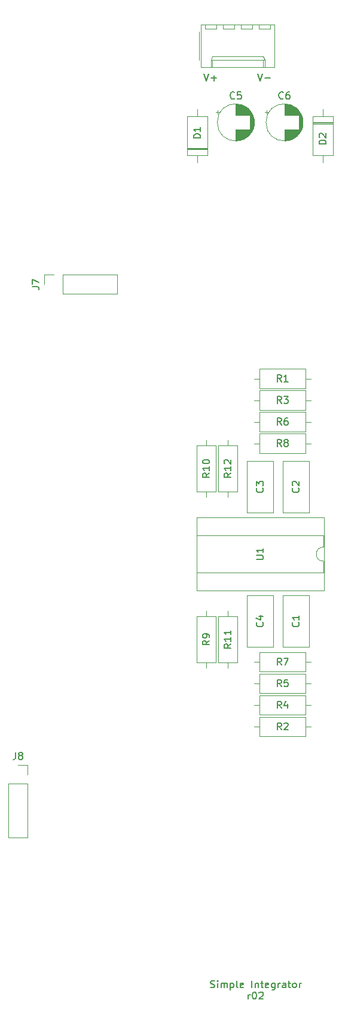
<source format=gto>
%TF.GenerationSoftware,KiCad,Pcbnew,(6.0.6-0)*%
%TF.CreationDate,2022-09-02T19:29:53+01:00*%
%TF.ProjectId,4u-simple-integrator,34752d73-696d-4706-9c65-2d696e746567,r02*%
%TF.SameCoordinates,Original*%
%TF.FileFunction,Legend,Top*%
%TF.FilePolarity,Positive*%
%FSLAX46Y46*%
G04 Gerber Fmt 4.6, Leading zero omitted, Abs format (unit mm)*
G04 Created by KiCad (PCBNEW (6.0.6-0)) date 2022-09-02 19:29:53*
%MOMM*%
%LPD*%
G01*
G04 APERTURE LIST*
%ADD10C,0.150000*%
%ADD11C,0.120000*%
G04 APERTURE END LIST*
D10*
X123794047Y-169144761D02*
X123936904Y-169192380D01*
X124175000Y-169192380D01*
X124270238Y-169144761D01*
X124317857Y-169097142D01*
X124365476Y-169001904D01*
X124365476Y-168906666D01*
X124317857Y-168811428D01*
X124270238Y-168763809D01*
X124175000Y-168716190D01*
X123984523Y-168668571D01*
X123889285Y-168620952D01*
X123841666Y-168573333D01*
X123794047Y-168478095D01*
X123794047Y-168382857D01*
X123841666Y-168287619D01*
X123889285Y-168240000D01*
X123984523Y-168192380D01*
X124222619Y-168192380D01*
X124365476Y-168240000D01*
X124794047Y-169192380D02*
X124794047Y-168525714D01*
X124794047Y-168192380D02*
X124746428Y-168240000D01*
X124794047Y-168287619D01*
X124841666Y-168240000D01*
X124794047Y-168192380D01*
X124794047Y-168287619D01*
X125270238Y-169192380D02*
X125270238Y-168525714D01*
X125270238Y-168620952D02*
X125317857Y-168573333D01*
X125413095Y-168525714D01*
X125555952Y-168525714D01*
X125651190Y-168573333D01*
X125698809Y-168668571D01*
X125698809Y-169192380D01*
X125698809Y-168668571D02*
X125746428Y-168573333D01*
X125841666Y-168525714D01*
X125984523Y-168525714D01*
X126079761Y-168573333D01*
X126127380Y-168668571D01*
X126127380Y-169192380D01*
X126603571Y-168525714D02*
X126603571Y-169525714D01*
X126603571Y-168573333D02*
X126698809Y-168525714D01*
X126889285Y-168525714D01*
X126984523Y-168573333D01*
X127032142Y-168620952D01*
X127079761Y-168716190D01*
X127079761Y-169001904D01*
X127032142Y-169097142D01*
X126984523Y-169144761D01*
X126889285Y-169192380D01*
X126698809Y-169192380D01*
X126603571Y-169144761D01*
X127651190Y-169192380D02*
X127555952Y-169144761D01*
X127508333Y-169049523D01*
X127508333Y-168192380D01*
X128413095Y-169144761D02*
X128317857Y-169192380D01*
X128127380Y-169192380D01*
X128032142Y-169144761D01*
X127984523Y-169049523D01*
X127984523Y-168668571D01*
X128032142Y-168573333D01*
X128127380Y-168525714D01*
X128317857Y-168525714D01*
X128413095Y-168573333D01*
X128460714Y-168668571D01*
X128460714Y-168763809D01*
X127984523Y-168859047D01*
X129651190Y-169192380D02*
X129651190Y-168192380D01*
X130127380Y-168525714D02*
X130127380Y-169192380D01*
X130127380Y-168620952D02*
X130175000Y-168573333D01*
X130270238Y-168525714D01*
X130413095Y-168525714D01*
X130508333Y-168573333D01*
X130555952Y-168668571D01*
X130555952Y-169192380D01*
X130889285Y-168525714D02*
X131270238Y-168525714D01*
X131032142Y-168192380D02*
X131032142Y-169049523D01*
X131079761Y-169144761D01*
X131175000Y-169192380D01*
X131270238Y-169192380D01*
X131984523Y-169144761D02*
X131889285Y-169192380D01*
X131698809Y-169192380D01*
X131603571Y-169144761D01*
X131555952Y-169049523D01*
X131555952Y-168668571D01*
X131603571Y-168573333D01*
X131698809Y-168525714D01*
X131889285Y-168525714D01*
X131984523Y-168573333D01*
X132032142Y-168668571D01*
X132032142Y-168763809D01*
X131555952Y-168859047D01*
X132889285Y-168525714D02*
X132889285Y-169335238D01*
X132841666Y-169430476D01*
X132794047Y-169478095D01*
X132698809Y-169525714D01*
X132555952Y-169525714D01*
X132460714Y-169478095D01*
X132889285Y-169144761D02*
X132794047Y-169192380D01*
X132603571Y-169192380D01*
X132508333Y-169144761D01*
X132460714Y-169097142D01*
X132413095Y-169001904D01*
X132413095Y-168716190D01*
X132460714Y-168620952D01*
X132508333Y-168573333D01*
X132603571Y-168525714D01*
X132794047Y-168525714D01*
X132889285Y-168573333D01*
X133365476Y-169192380D02*
X133365476Y-168525714D01*
X133365476Y-168716190D02*
X133413095Y-168620952D01*
X133460714Y-168573333D01*
X133555952Y-168525714D01*
X133651190Y-168525714D01*
X134413095Y-169192380D02*
X134413095Y-168668571D01*
X134365476Y-168573333D01*
X134270238Y-168525714D01*
X134079761Y-168525714D01*
X133984523Y-168573333D01*
X134413095Y-169144761D02*
X134317857Y-169192380D01*
X134079761Y-169192380D01*
X133984523Y-169144761D01*
X133936904Y-169049523D01*
X133936904Y-168954285D01*
X133984523Y-168859047D01*
X134079761Y-168811428D01*
X134317857Y-168811428D01*
X134413095Y-168763809D01*
X134746428Y-168525714D02*
X135127380Y-168525714D01*
X134889285Y-168192380D02*
X134889285Y-169049523D01*
X134936904Y-169144761D01*
X135032142Y-169192380D01*
X135127380Y-169192380D01*
X135603571Y-169192380D02*
X135508333Y-169144761D01*
X135460714Y-169097142D01*
X135413095Y-169001904D01*
X135413095Y-168716190D01*
X135460714Y-168620952D01*
X135508333Y-168573333D01*
X135603571Y-168525714D01*
X135746428Y-168525714D01*
X135841666Y-168573333D01*
X135889285Y-168620952D01*
X135936904Y-168716190D01*
X135936904Y-169001904D01*
X135889285Y-169097142D01*
X135841666Y-169144761D01*
X135746428Y-169192380D01*
X135603571Y-169192380D01*
X136365476Y-169192380D02*
X136365476Y-168525714D01*
X136365476Y-168716190D02*
X136413095Y-168620952D01*
X136460714Y-168573333D01*
X136555952Y-168525714D01*
X136651190Y-168525714D01*
X129151190Y-170802380D02*
X129151190Y-170135714D01*
X129151190Y-170326190D02*
X129198809Y-170230952D01*
X129246428Y-170183333D01*
X129341666Y-170135714D01*
X129436904Y-170135714D01*
X129960714Y-169802380D02*
X130055952Y-169802380D01*
X130151190Y-169850000D01*
X130198809Y-169897619D01*
X130246428Y-169992857D01*
X130294047Y-170183333D01*
X130294047Y-170421428D01*
X130246428Y-170611904D01*
X130198809Y-170707142D01*
X130151190Y-170754761D01*
X130055952Y-170802380D01*
X129960714Y-170802380D01*
X129865476Y-170754761D01*
X129817857Y-170707142D01*
X129770238Y-170611904D01*
X129722619Y-170421428D01*
X129722619Y-170183333D01*
X129770238Y-169992857D01*
X129817857Y-169897619D01*
X129865476Y-169850000D01*
X129960714Y-169802380D01*
X130675000Y-169897619D02*
X130722619Y-169850000D01*
X130817857Y-169802380D01*
X131055952Y-169802380D01*
X131151190Y-169850000D01*
X131198809Y-169897619D01*
X131246428Y-169992857D01*
X131246428Y-170088095D01*
X131198809Y-170230952D01*
X130627380Y-170802380D01*
X131246428Y-170802380D01*
%TO.C,C4*%
X131167142Y-117601666D02*
X131214761Y-117649285D01*
X131262380Y-117792142D01*
X131262380Y-117887380D01*
X131214761Y-118030238D01*
X131119523Y-118125476D01*
X131024285Y-118173095D01*
X130833809Y-118220714D01*
X130690952Y-118220714D01*
X130500476Y-118173095D01*
X130405238Y-118125476D01*
X130310000Y-118030238D01*
X130262380Y-117887380D01*
X130262380Y-117792142D01*
X130310000Y-117649285D01*
X130357619Y-117601666D01*
X130595714Y-116744523D02*
X131262380Y-116744523D01*
X130214761Y-116982619D02*
X130929047Y-117220714D01*
X130929047Y-116601666D01*
%TO.C,J7*%
X98512380Y-70183333D02*
X99226666Y-70183333D01*
X99369523Y-70230952D01*
X99464761Y-70326190D01*
X99512380Y-70469047D01*
X99512380Y-70564285D01*
X98512380Y-69802380D02*
X98512380Y-69135714D01*
X99512380Y-69564285D01*
%TO.C,D1*%
X122372380Y-49201295D02*
X121372380Y-49201295D01*
X121372380Y-48963200D01*
X121420000Y-48820342D01*
X121515238Y-48725104D01*
X121610476Y-48677485D01*
X121800952Y-48629866D01*
X121943809Y-48629866D01*
X122134285Y-48677485D01*
X122229523Y-48725104D01*
X122324761Y-48820342D01*
X122372380Y-48963200D01*
X122372380Y-49201295D01*
X122372380Y-47677485D02*
X122372380Y-48248914D01*
X122372380Y-47963200D02*
X121372380Y-47963200D01*
X121515238Y-48058438D01*
X121610476Y-48153676D01*
X121658095Y-48248914D01*
%TO.C,R8*%
X133818333Y-92781380D02*
X133485000Y-92305190D01*
X133246904Y-92781380D02*
X133246904Y-91781380D01*
X133627857Y-91781380D01*
X133723095Y-91829000D01*
X133770714Y-91876619D01*
X133818333Y-91971857D01*
X133818333Y-92114714D01*
X133770714Y-92209952D01*
X133723095Y-92257571D01*
X133627857Y-92305190D01*
X133246904Y-92305190D01*
X134389761Y-92209952D02*
X134294523Y-92162333D01*
X134246904Y-92114714D01*
X134199285Y-92019476D01*
X134199285Y-91971857D01*
X134246904Y-91876619D01*
X134294523Y-91829000D01*
X134389761Y-91781380D01*
X134580238Y-91781380D01*
X134675476Y-91829000D01*
X134723095Y-91876619D01*
X134770714Y-91971857D01*
X134770714Y-92019476D01*
X134723095Y-92114714D01*
X134675476Y-92162333D01*
X134580238Y-92209952D01*
X134389761Y-92209952D01*
X134294523Y-92257571D01*
X134246904Y-92305190D01*
X134199285Y-92400428D01*
X134199285Y-92590904D01*
X134246904Y-92686142D01*
X134294523Y-92733761D01*
X134389761Y-92781380D01*
X134580238Y-92781380D01*
X134675476Y-92733761D01*
X134723095Y-92686142D01*
X134770714Y-92590904D01*
X134770714Y-92400428D01*
X134723095Y-92305190D01*
X134675476Y-92257571D01*
X134580238Y-92209952D01*
%TO.C,R11*%
X126690380Y-120657857D02*
X126214190Y-120991190D01*
X126690380Y-121229285D02*
X125690380Y-121229285D01*
X125690380Y-120848333D01*
X125738000Y-120753095D01*
X125785619Y-120705476D01*
X125880857Y-120657857D01*
X126023714Y-120657857D01*
X126118952Y-120705476D01*
X126166571Y-120753095D01*
X126214190Y-120848333D01*
X126214190Y-121229285D01*
X126690380Y-119705476D02*
X126690380Y-120276904D01*
X126690380Y-119991190D02*
X125690380Y-119991190D01*
X125833238Y-120086428D01*
X125928476Y-120181666D01*
X125976095Y-120276904D01*
X126690380Y-118753095D02*
X126690380Y-119324523D01*
X126690380Y-119038809D02*
X125690380Y-119038809D01*
X125833238Y-119134047D01*
X125928476Y-119229285D01*
X125976095Y-119324523D01*
%TO.C,J11*%
X122872619Y-40112370D02*
X123205952Y-41112370D01*
X123539285Y-40112370D01*
X123872619Y-40731418D02*
X124634523Y-40731418D01*
X124253571Y-41112370D02*
X124253571Y-40350466D01*
X130492619Y-40112370D02*
X130825952Y-41112370D01*
X131159285Y-40112370D01*
X131492619Y-40731418D02*
X132254523Y-40731418D01*
%TO.C,C3*%
X131167142Y-98631666D02*
X131214761Y-98679285D01*
X131262380Y-98822142D01*
X131262380Y-98917380D01*
X131214761Y-99060238D01*
X131119523Y-99155476D01*
X131024285Y-99203095D01*
X130833809Y-99250714D01*
X130690952Y-99250714D01*
X130500476Y-99203095D01*
X130405238Y-99155476D01*
X130310000Y-99060238D01*
X130262380Y-98917380D01*
X130262380Y-98822142D01*
X130310000Y-98679285D01*
X130357619Y-98631666D01*
X130262380Y-98298333D02*
X130262380Y-97679285D01*
X130643333Y-98012619D01*
X130643333Y-97869761D01*
X130690952Y-97774523D01*
X130738571Y-97726904D01*
X130833809Y-97679285D01*
X131071904Y-97679285D01*
X131167142Y-97726904D01*
X131214761Y-97774523D01*
X131262380Y-97869761D01*
X131262380Y-98155476D01*
X131214761Y-98250714D01*
X131167142Y-98298333D01*
%TO.C,R5*%
X133818333Y-126690380D02*
X133485000Y-126214190D01*
X133246904Y-126690380D02*
X133246904Y-125690380D01*
X133627857Y-125690380D01*
X133723095Y-125738000D01*
X133770714Y-125785619D01*
X133818333Y-125880857D01*
X133818333Y-126023714D01*
X133770714Y-126118952D01*
X133723095Y-126166571D01*
X133627857Y-126214190D01*
X133246904Y-126214190D01*
X134723095Y-125690380D02*
X134246904Y-125690380D01*
X134199285Y-126166571D01*
X134246904Y-126118952D01*
X134342142Y-126071333D01*
X134580238Y-126071333D01*
X134675476Y-126118952D01*
X134723095Y-126166571D01*
X134770714Y-126261809D01*
X134770714Y-126499904D01*
X134723095Y-126595142D01*
X134675476Y-126642761D01*
X134580238Y-126690380D01*
X134342142Y-126690380D01*
X134246904Y-126642761D01*
X134199285Y-126595142D01*
%TO.C,R2*%
X133818333Y-132786380D02*
X133485000Y-132310190D01*
X133246904Y-132786380D02*
X133246904Y-131786380D01*
X133627857Y-131786380D01*
X133723095Y-131834000D01*
X133770714Y-131881619D01*
X133818333Y-131976857D01*
X133818333Y-132119714D01*
X133770714Y-132214952D01*
X133723095Y-132262571D01*
X133627857Y-132310190D01*
X133246904Y-132310190D01*
X134199285Y-131881619D02*
X134246904Y-131834000D01*
X134342142Y-131786380D01*
X134580238Y-131786380D01*
X134675476Y-131834000D01*
X134723095Y-131881619D01*
X134770714Y-131976857D01*
X134770714Y-132072095D01*
X134723095Y-132214952D01*
X134151666Y-132786380D01*
X134770714Y-132786380D01*
%TO.C,J8*%
X96186666Y-135977380D02*
X96186666Y-136691666D01*
X96139047Y-136834523D01*
X96043809Y-136929761D01*
X95900952Y-136977380D01*
X95805714Y-136977380D01*
X96805714Y-136405952D02*
X96710476Y-136358333D01*
X96662857Y-136310714D01*
X96615238Y-136215476D01*
X96615238Y-136167857D01*
X96662857Y-136072619D01*
X96710476Y-136025000D01*
X96805714Y-135977380D01*
X96996190Y-135977380D01*
X97091428Y-136025000D01*
X97139047Y-136072619D01*
X97186666Y-136167857D01*
X97186666Y-136215476D01*
X97139047Y-136310714D01*
X97091428Y-136358333D01*
X96996190Y-136405952D01*
X96805714Y-136405952D01*
X96710476Y-136453571D01*
X96662857Y-136501190D01*
X96615238Y-136596428D01*
X96615238Y-136786904D01*
X96662857Y-136882142D01*
X96710476Y-136929761D01*
X96805714Y-136977380D01*
X96996190Y-136977380D01*
X97091428Y-136929761D01*
X97139047Y-136882142D01*
X97186666Y-136786904D01*
X97186666Y-136596428D01*
X97139047Y-136501190D01*
X97091428Y-136453571D01*
X96996190Y-136405952D01*
%TO.C,R12*%
X126690380Y-96527857D02*
X126214190Y-96861190D01*
X126690380Y-97099285D02*
X125690380Y-97099285D01*
X125690380Y-96718333D01*
X125738000Y-96623095D01*
X125785619Y-96575476D01*
X125880857Y-96527857D01*
X126023714Y-96527857D01*
X126118952Y-96575476D01*
X126166571Y-96623095D01*
X126214190Y-96718333D01*
X126214190Y-97099285D01*
X126690380Y-95575476D02*
X126690380Y-96146904D01*
X126690380Y-95861190D02*
X125690380Y-95861190D01*
X125833238Y-95956428D01*
X125928476Y-96051666D01*
X125976095Y-96146904D01*
X125785619Y-95194523D02*
X125738000Y-95146904D01*
X125690380Y-95051666D01*
X125690380Y-94813571D01*
X125738000Y-94718333D01*
X125785619Y-94670714D01*
X125880857Y-94623095D01*
X125976095Y-94623095D01*
X126118952Y-94670714D01*
X126690380Y-95242142D01*
X126690380Y-94623095D01*
%TO.C,R4*%
X133818333Y-129738380D02*
X133485000Y-129262190D01*
X133246904Y-129738380D02*
X133246904Y-128738380D01*
X133627857Y-128738380D01*
X133723095Y-128786000D01*
X133770714Y-128833619D01*
X133818333Y-128928857D01*
X133818333Y-129071714D01*
X133770714Y-129166952D01*
X133723095Y-129214571D01*
X133627857Y-129262190D01*
X133246904Y-129262190D01*
X134675476Y-129071714D02*
X134675476Y-129738380D01*
X134437380Y-128690761D02*
X134199285Y-129405047D01*
X134818333Y-129405047D01*
%TO.C,R3*%
X133818333Y-86685380D02*
X133485000Y-86209190D01*
X133246904Y-86685380D02*
X133246904Y-85685380D01*
X133627857Y-85685380D01*
X133723095Y-85733000D01*
X133770714Y-85780619D01*
X133818333Y-85875857D01*
X133818333Y-86018714D01*
X133770714Y-86113952D01*
X133723095Y-86161571D01*
X133627857Y-86209190D01*
X133246904Y-86209190D01*
X134151666Y-85685380D02*
X134770714Y-85685380D01*
X134437380Y-86066333D01*
X134580238Y-86066333D01*
X134675476Y-86113952D01*
X134723095Y-86161571D01*
X134770714Y-86256809D01*
X134770714Y-86494904D01*
X134723095Y-86590142D01*
X134675476Y-86637761D01*
X134580238Y-86685380D01*
X134294523Y-86685380D01*
X134199285Y-86637761D01*
X134151666Y-86590142D01*
%TO.C,C1*%
X136247142Y-117601666D02*
X136294761Y-117649285D01*
X136342380Y-117792142D01*
X136342380Y-117887380D01*
X136294761Y-118030238D01*
X136199523Y-118125476D01*
X136104285Y-118173095D01*
X135913809Y-118220714D01*
X135770952Y-118220714D01*
X135580476Y-118173095D01*
X135485238Y-118125476D01*
X135390000Y-118030238D01*
X135342380Y-117887380D01*
X135342380Y-117792142D01*
X135390000Y-117649285D01*
X135437619Y-117601666D01*
X136342380Y-116649285D02*
X136342380Y-117220714D01*
X136342380Y-116935000D02*
X135342380Y-116935000D01*
X135485238Y-117030238D01*
X135580476Y-117125476D01*
X135628095Y-117220714D01*
%TO.C,R9*%
X123642380Y-120181666D02*
X123166190Y-120515000D01*
X123642380Y-120753095D02*
X122642380Y-120753095D01*
X122642380Y-120372142D01*
X122690000Y-120276904D01*
X122737619Y-120229285D01*
X122832857Y-120181666D01*
X122975714Y-120181666D01*
X123070952Y-120229285D01*
X123118571Y-120276904D01*
X123166190Y-120372142D01*
X123166190Y-120753095D01*
X123642380Y-119705476D02*
X123642380Y-119515000D01*
X123594761Y-119419761D01*
X123547142Y-119372142D01*
X123404285Y-119276904D01*
X123213809Y-119229285D01*
X122832857Y-119229285D01*
X122737619Y-119276904D01*
X122690000Y-119324523D01*
X122642380Y-119419761D01*
X122642380Y-119610238D01*
X122690000Y-119705476D01*
X122737619Y-119753095D01*
X122832857Y-119800714D01*
X123070952Y-119800714D01*
X123166190Y-119753095D01*
X123213809Y-119705476D01*
X123261428Y-119610238D01*
X123261428Y-119419761D01*
X123213809Y-119324523D01*
X123166190Y-119276904D01*
X123070952Y-119229285D01*
%TO.C,R1*%
X133818333Y-83637380D02*
X133485000Y-83161190D01*
X133246904Y-83637380D02*
X133246904Y-82637380D01*
X133627857Y-82637380D01*
X133723095Y-82685000D01*
X133770714Y-82732619D01*
X133818333Y-82827857D01*
X133818333Y-82970714D01*
X133770714Y-83065952D01*
X133723095Y-83113571D01*
X133627857Y-83161190D01*
X133246904Y-83161190D01*
X134770714Y-83637380D02*
X134199285Y-83637380D01*
X134485000Y-83637380D02*
X134485000Y-82637380D01*
X134389761Y-82780238D01*
X134294523Y-82875476D01*
X134199285Y-82923095D01*
%TO.C,R6*%
X133818333Y-89733380D02*
X133485000Y-89257190D01*
X133246904Y-89733380D02*
X133246904Y-88733380D01*
X133627857Y-88733380D01*
X133723095Y-88781000D01*
X133770714Y-88828619D01*
X133818333Y-88923857D01*
X133818333Y-89066714D01*
X133770714Y-89161952D01*
X133723095Y-89209571D01*
X133627857Y-89257190D01*
X133246904Y-89257190D01*
X134675476Y-88733380D02*
X134485000Y-88733380D01*
X134389761Y-88781000D01*
X134342142Y-88828619D01*
X134246904Y-88971476D01*
X134199285Y-89161952D01*
X134199285Y-89542904D01*
X134246904Y-89638142D01*
X134294523Y-89685761D01*
X134389761Y-89733380D01*
X134580238Y-89733380D01*
X134675476Y-89685761D01*
X134723095Y-89638142D01*
X134770714Y-89542904D01*
X134770714Y-89304809D01*
X134723095Y-89209571D01*
X134675476Y-89161952D01*
X134580238Y-89114333D01*
X134389761Y-89114333D01*
X134294523Y-89161952D01*
X134246904Y-89209571D01*
X134199285Y-89304809D01*
%TO.C,C5*%
X127198333Y-43597142D02*
X127150714Y-43644761D01*
X127007857Y-43692380D01*
X126912619Y-43692380D01*
X126769761Y-43644761D01*
X126674523Y-43549523D01*
X126626904Y-43454285D01*
X126579285Y-43263809D01*
X126579285Y-43120952D01*
X126626904Y-42930476D01*
X126674523Y-42835238D01*
X126769761Y-42740000D01*
X126912619Y-42692380D01*
X127007857Y-42692380D01*
X127150714Y-42740000D01*
X127198333Y-42787619D01*
X128103095Y-42692380D02*
X127626904Y-42692380D01*
X127579285Y-43168571D01*
X127626904Y-43120952D01*
X127722142Y-43073333D01*
X127960238Y-43073333D01*
X128055476Y-43120952D01*
X128103095Y-43168571D01*
X128150714Y-43263809D01*
X128150714Y-43501904D01*
X128103095Y-43597142D01*
X128055476Y-43644761D01*
X127960238Y-43692380D01*
X127722142Y-43692380D01*
X127626904Y-43644761D01*
X127579285Y-43597142D01*
%TO.C,C2*%
X136247142Y-98631666D02*
X136294761Y-98679285D01*
X136342380Y-98822142D01*
X136342380Y-98917380D01*
X136294761Y-99060238D01*
X136199523Y-99155476D01*
X136104285Y-99203095D01*
X135913809Y-99250714D01*
X135770952Y-99250714D01*
X135580476Y-99203095D01*
X135485238Y-99155476D01*
X135390000Y-99060238D01*
X135342380Y-98917380D01*
X135342380Y-98822142D01*
X135390000Y-98679285D01*
X135437619Y-98631666D01*
X135437619Y-98250714D02*
X135390000Y-98203095D01*
X135342380Y-98107857D01*
X135342380Y-97869761D01*
X135390000Y-97774523D01*
X135437619Y-97726904D01*
X135532857Y-97679285D01*
X135628095Y-97679285D01*
X135770952Y-97726904D01*
X136342380Y-98298333D01*
X136342380Y-97679285D01*
%TO.C,R10*%
X123642380Y-96527857D02*
X123166190Y-96861190D01*
X123642380Y-97099285D02*
X122642380Y-97099285D01*
X122642380Y-96718333D01*
X122690000Y-96623095D01*
X122737619Y-96575476D01*
X122832857Y-96527857D01*
X122975714Y-96527857D01*
X123070952Y-96575476D01*
X123118571Y-96623095D01*
X123166190Y-96718333D01*
X123166190Y-97099285D01*
X123642380Y-95575476D02*
X123642380Y-96146904D01*
X123642380Y-95861190D02*
X122642380Y-95861190D01*
X122785238Y-95956428D01*
X122880476Y-96051666D01*
X122928095Y-96146904D01*
X122642380Y-94956428D02*
X122642380Y-94861190D01*
X122690000Y-94765952D01*
X122737619Y-94718333D01*
X122832857Y-94670714D01*
X123023333Y-94623095D01*
X123261428Y-94623095D01*
X123451904Y-94670714D01*
X123547142Y-94718333D01*
X123594761Y-94765952D01*
X123642380Y-94861190D01*
X123642380Y-94956428D01*
X123594761Y-95051666D01*
X123547142Y-95099285D01*
X123451904Y-95146904D01*
X123261428Y-95194523D01*
X123023333Y-95194523D01*
X122832857Y-95146904D01*
X122737619Y-95099285D01*
X122690000Y-95051666D01*
X122642380Y-94956428D01*
%TO.C,U1*%
X130262380Y-108721904D02*
X131071904Y-108721904D01*
X131167142Y-108674285D01*
X131214761Y-108626666D01*
X131262380Y-108531428D01*
X131262380Y-108340952D01*
X131214761Y-108245714D01*
X131167142Y-108198095D01*
X131071904Y-108150476D01*
X130262380Y-108150476D01*
X131262380Y-107150476D02*
X131262380Y-107721904D01*
X131262380Y-107436190D02*
X130262380Y-107436190D01*
X130405238Y-107531428D01*
X130500476Y-107626666D01*
X130548095Y-107721904D01*
%TO.C,C6*%
X134088333Y-43597142D02*
X134040714Y-43644761D01*
X133897857Y-43692380D01*
X133802619Y-43692380D01*
X133659761Y-43644761D01*
X133564523Y-43549523D01*
X133516904Y-43454285D01*
X133469285Y-43263809D01*
X133469285Y-43120952D01*
X133516904Y-42930476D01*
X133564523Y-42835238D01*
X133659761Y-42740000D01*
X133802619Y-42692380D01*
X133897857Y-42692380D01*
X134040714Y-42740000D01*
X134088333Y-42787619D01*
X134945476Y-42692380D02*
X134755000Y-42692380D01*
X134659761Y-42740000D01*
X134612142Y-42787619D01*
X134516904Y-42930476D01*
X134469285Y-43120952D01*
X134469285Y-43501904D01*
X134516904Y-43597142D01*
X134564523Y-43644761D01*
X134659761Y-43692380D01*
X134850238Y-43692380D01*
X134945476Y-43644761D01*
X134993095Y-43597142D01*
X135040714Y-43501904D01*
X135040714Y-43263809D01*
X134993095Y-43168571D01*
X134945476Y-43120952D01*
X134850238Y-43073333D01*
X134659761Y-43073333D01*
X134564523Y-43120952D01*
X134516904Y-43168571D01*
X134469285Y-43263809D01*
%TO.C,R7*%
X133818333Y-123642380D02*
X133485000Y-123166190D01*
X133246904Y-123642380D02*
X133246904Y-122642380D01*
X133627857Y-122642380D01*
X133723095Y-122690000D01*
X133770714Y-122737619D01*
X133818333Y-122832857D01*
X133818333Y-122975714D01*
X133770714Y-123070952D01*
X133723095Y-123118571D01*
X133627857Y-123166190D01*
X133246904Y-123166190D01*
X134151666Y-122642380D02*
X134818333Y-122642380D01*
X134389761Y-123642380D01*
%TO.C,D2*%
X140152380Y-50064895D02*
X139152380Y-50064895D01*
X139152380Y-49826800D01*
X139200000Y-49683942D01*
X139295238Y-49588704D01*
X139390476Y-49541085D01*
X139580952Y-49493466D01*
X139723809Y-49493466D01*
X139914285Y-49541085D01*
X140009523Y-49588704D01*
X140104761Y-49683942D01*
X140152380Y-49826800D01*
X140152380Y-50064895D01*
X139247619Y-49112514D02*
X139200000Y-49064895D01*
X139152380Y-48969657D01*
X139152380Y-48731561D01*
X139200000Y-48636323D01*
X139247619Y-48588704D01*
X139342857Y-48541085D01*
X139438095Y-48541085D01*
X139580952Y-48588704D01*
X140152380Y-49160133D01*
X140152380Y-48541085D01*
D11*
%TO.C,C4*%
X132680000Y-121055000D02*
X132680000Y-113815000D01*
X128940000Y-121055000D02*
X128940000Y-113815000D01*
X128940000Y-121055000D02*
X132680000Y-121055000D01*
X128940000Y-113815000D02*
X132680000Y-113815000D01*
%TO.C,J7*%
X102870000Y-68520000D02*
X110550000Y-68520000D01*
X102870000Y-71180000D02*
X110550000Y-71180000D01*
X102870000Y-71180000D02*
X102870000Y-68520000D01*
X110550000Y-71180000D02*
X110550000Y-68520000D01*
X100270000Y-69850000D02*
X100270000Y-68520000D01*
X100270000Y-68520000D02*
X101600000Y-68520000D01*
%TO.C,D1*%
X121920000Y-52635000D02*
X121920000Y-51615000D01*
X121920000Y-45155000D02*
X121920000Y-46175000D01*
X120450000Y-46175000D02*
X120450000Y-51615000D01*
X120450000Y-51615000D02*
X123390000Y-51615000D01*
X123390000Y-46175000D02*
X120450000Y-46175000D01*
X123390000Y-51615000D02*
X123390000Y-46175000D01*
X120450000Y-50715000D02*
X123390000Y-50715000D01*
X120450000Y-50595000D02*
X123390000Y-50595000D01*
X120450000Y-50835000D02*
X123390000Y-50835000D01*
%TO.C,R8*%
X130715000Y-90959000D02*
X130715000Y-93699000D01*
X130715000Y-93699000D02*
X137255000Y-93699000D01*
X129945000Y-92329000D02*
X130715000Y-92329000D01*
X138025000Y-92329000D02*
X137255000Y-92329000D01*
X137255000Y-90959000D02*
X130715000Y-90959000D01*
X137255000Y-93699000D02*
X137255000Y-90959000D01*
%TO.C,R11*%
X124868000Y-116745000D02*
X124868000Y-123285000D01*
X126238000Y-124055000D02*
X126238000Y-123285000D01*
X127608000Y-123285000D02*
X127608000Y-116745000D01*
X126238000Y-115975000D02*
X126238000Y-116745000D01*
X127608000Y-116745000D02*
X124868000Y-116745000D01*
X124868000Y-123285000D02*
X127608000Y-123285000D01*
%TO.C,J11*%
X132825000Y-39204990D02*
X132825000Y-33184990D01*
X129705000Y-33784990D02*
X129705000Y-33184990D01*
X125565000Y-33784990D02*
X127165000Y-33784990D01*
X128105000Y-33784990D02*
X129705000Y-33784990D01*
X124075000Y-37674990D02*
X131195000Y-37674990D01*
X124075000Y-39204990D02*
X124075000Y-38204990D01*
X122445000Y-39204990D02*
X132825000Y-39204990D01*
X127165000Y-33784990D02*
X127165000Y-33184990D01*
X130645000Y-33184990D02*
X130645000Y-33784990D01*
X123025000Y-33184990D02*
X123025000Y-33784990D01*
X132825000Y-33184990D02*
X122445000Y-33184990D01*
X130645000Y-33784990D02*
X132245000Y-33784990D01*
X123825000Y-38204990D02*
X124075000Y-37674990D01*
X123825000Y-39204990D02*
X123825000Y-38204990D01*
X125565000Y-33184990D02*
X125565000Y-33784990D01*
X131195000Y-39204990D02*
X131195000Y-38204990D01*
X122445000Y-33184990D02*
X122445000Y-39204990D01*
X122155000Y-34214990D02*
X122155000Y-38214990D01*
X123025000Y-33784990D02*
X124625000Y-33784990D01*
X128105000Y-33184990D02*
X128105000Y-33784990D01*
X132245000Y-33784990D02*
X132245000Y-33184990D01*
X131445000Y-38204990D02*
X131445000Y-39204990D01*
X124625000Y-33784990D02*
X124625000Y-33184990D01*
X131195000Y-37674990D02*
X131445000Y-38204990D01*
X123825000Y-38204990D02*
X131445000Y-38204990D01*
%TO.C,C3*%
X128940000Y-94845000D02*
X132680000Y-94845000D01*
X128940000Y-102085000D02*
X132680000Y-102085000D01*
X132680000Y-102085000D02*
X132680000Y-94845000D01*
X128940000Y-102085000D02*
X128940000Y-94845000D01*
%TO.C,R5*%
X138025000Y-126238000D02*
X137255000Y-126238000D01*
X130715000Y-127608000D02*
X137255000Y-127608000D01*
X129945000Y-126238000D02*
X130715000Y-126238000D01*
X137255000Y-127608000D02*
X137255000Y-124868000D01*
X130715000Y-124868000D02*
X130715000Y-127608000D01*
X137255000Y-124868000D02*
X130715000Y-124868000D01*
%TO.C,R2*%
X130715000Y-130964000D02*
X130715000Y-133704000D01*
X129945000Y-132334000D02*
X130715000Y-132334000D01*
X130715000Y-133704000D02*
X137255000Y-133704000D01*
X138025000Y-132334000D02*
X137255000Y-132334000D01*
X137255000Y-133704000D02*
X137255000Y-130964000D01*
X137255000Y-130964000D02*
X130715000Y-130964000D01*
%TO.C,J8*%
X97850000Y-140335000D02*
X97850000Y-148015000D01*
X95190000Y-140335000D02*
X95190000Y-148015000D01*
X95190000Y-140335000D02*
X97850000Y-140335000D01*
X96520000Y-137735000D02*
X97850000Y-137735000D01*
X97850000Y-137735000D02*
X97850000Y-139065000D01*
X95190000Y-148015000D02*
X97850000Y-148015000D01*
%TO.C,R12*%
X126238000Y-99925000D02*
X126238000Y-99155000D01*
X124868000Y-92615000D02*
X124868000Y-99155000D01*
X127608000Y-92615000D02*
X124868000Y-92615000D01*
X126238000Y-91845000D02*
X126238000Y-92615000D01*
X127608000Y-99155000D02*
X127608000Y-92615000D01*
X124868000Y-99155000D02*
X127608000Y-99155000D01*
%TO.C,R4*%
X137255000Y-130656000D02*
X137255000Y-127916000D01*
X130715000Y-130656000D02*
X137255000Y-130656000D01*
X137255000Y-127916000D02*
X130715000Y-127916000D01*
X129945000Y-129286000D02*
X130715000Y-129286000D01*
X138025000Y-129286000D02*
X137255000Y-129286000D01*
X130715000Y-127916000D02*
X130715000Y-130656000D01*
%TO.C,R3*%
X138025000Y-86233000D02*
X137255000Y-86233000D01*
X130715000Y-87603000D02*
X137255000Y-87603000D01*
X137255000Y-87603000D02*
X137255000Y-84863000D01*
X130715000Y-84863000D02*
X130715000Y-87603000D01*
X137255000Y-84863000D02*
X130715000Y-84863000D01*
X129945000Y-86233000D02*
X130715000Y-86233000D01*
%TO.C,C1*%
X137760000Y-121055000D02*
X134020000Y-121055000D01*
X137760000Y-113815000D02*
X134020000Y-113815000D01*
X134020000Y-113815000D02*
X134020000Y-121055000D01*
X137760000Y-113815000D02*
X137760000Y-121055000D01*
%TO.C,R9*%
X123190000Y-115975000D02*
X123190000Y-116745000D01*
X121820000Y-116745000D02*
X121820000Y-123285000D01*
X124560000Y-116745000D02*
X121820000Y-116745000D01*
X123190000Y-124055000D02*
X123190000Y-123285000D01*
X121820000Y-123285000D02*
X124560000Y-123285000D01*
X124560000Y-123285000D02*
X124560000Y-116745000D01*
%TO.C,R1*%
X129945000Y-83185000D02*
X130715000Y-83185000D01*
X137255000Y-81815000D02*
X130715000Y-81815000D01*
X138025000Y-83185000D02*
X137255000Y-83185000D01*
X130715000Y-81815000D02*
X130715000Y-84555000D01*
X137255000Y-84555000D02*
X137255000Y-81815000D01*
X130715000Y-84555000D02*
X137255000Y-84555000D01*
%TO.C,R6*%
X137255000Y-90651000D02*
X137255000Y-87911000D01*
X138025000Y-89281000D02*
X137255000Y-89281000D01*
X130715000Y-87911000D02*
X130715000Y-90651000D01*
X130715000Y-90651000D02*
X137255000Y-90651000D01*
X137255000Y-87911000D02*
X130715000Y-87911000D01*
X129945000Y-89281000D02*
X130715000Y-89281000D01*
%TO.C,C5*%
X128646000Y-44743000D02*
X128646000Y-45950000D01*
X129046000Y-45019000D02*
X129046000Y-45950000D01*
X127445000Y-48030000D02*
X127445000Y-49569000D01*
X129406000Y-45385000D02*
X129406000Y-48595000D01*
X128406000Y-44625000D02*
X128406000Y-45950000D01*
X129246000Y-48030000D02*
X129246000Y-48775000D01*
X127485000Y-48030000D02*
X127485000Y-49568000D01*
X128366000Y-48030000D02*
X128366000Y-49372000D01*
X127405000Y-44410000D02*
X127405000Y-45950000D01*
X127605000Y-48030000D02*
X127605000Y-49559000D01*
X127645000Y-44425000D02*
X127645000Y-45950000D01*
X127965000Y-44479000D02*
X127965000Y-45950000D01*
X127445000Y-44411000D02*
X127445000Y-45950000D01*
X128966000Y-48030000D02*
X128966000Y-49025000D01*
X129886000Y-46313000D02*
X129886000Y-47667000D01*
X129006000Y-44986000D02*
X129006000Y-45950000D01*
X127765000Y-44440000D02*
X127765000Y-45950000D01*
X128246000Y-48030000D02*
X128246000Y-49418000D01*
X129606000Y-45671000D02*
X129606000Y-48309000D01*
X127485000Y-44412000D02*
X127485000Y-45950000D01*
X129566000Y-45607000D02*
X129566000Y-48373000D01*
X129166000Y-45126000D02*
X129166000Y-45950000D01*
X129926000Y-46472000D02*
X129926000Y-47508000D01*
X128806000Y-44841000D02*
X128806000Y-45950000D01*
X128166000Y-44535000D02*
X128166000Y-45950000D01*
X127685000Y-48030000D02*
X127685000Y-49551000D01*
X129326000Y-45291000D02*
X129326000Y-45950000D01*
X129126000Y-48030000D02*
X129126000Y-48891000D01*
X129366000Y-48030000D02*
X129366000Y-48643000D01*
X127725000Y-48030000D02*
X127725000Y-49546000D01*
X127925000Y-48030000D02*
X127925000Y-49510000D01*
X128606000Y-44722000D02*
X128606000Y-45950000D01*
X128766000Y-44815000D02*
X128766000Y-45950000D01*
X129326000Y-48030000D02*
X129326000Y-48689000D01*
X129086000Y-45053000D02*
X129086000Y-45950000D01*
X127845000Y-44454000D02*
X127845000Y-45950000D01*
X128846000Y-48030000D02*
X128846000Y-49112000D01*
X127565000Y-44417000D02*
X127565000Y-45950000D01*
X128526000Y-48030000D02*
X128526000Y-49300000D01*
X129806000Y-46075000D02*
X129806000Y-47905000D01*
X128206000Y-48030000D02*
X128206000Y-49432000D01*
X128926000Y-44925000D02*
X128926000Y-45950000D01*
X127565000Y-48030000D02*
X127565000Y-49563000D01*
X128166000Y-48030000D02*
X128166000Y-49445000D01*
X129646000Y-45739000D02*
X129646000Y-48241000D01*
X129526000Y-45547000D02*
X129526000Y-48433000D01*
X128686000Y-48030000D02*
X128686000Y-49214000D01*
X129206000Y-45164000D02*
X129206000Y-45950000D01*
X128446000Y-48030000D02*
X128446000Y-49338000D01*
X127405000Y-48030000D02*
X127405000Y-49570000D01*
X128045000Y-48030000D02*
X128045000Y-49481000D01*
X128126000Y-44522000D02*
X128126000Y-45950000D01*
X129686000Y-45812000D02*
X129686000Y-48168000D01*
X127765000Y-48030000D02*
X127765000Y-49540000D01*
X128126000Y-48030000D02*
X128126000Y-49458000D01*
X129286000Y-48030000D02*
X129286000Y-48733000D01*
X128206000Y-44548000D02*
X128206000Y-45950000D01*
X129246000Y-45205000D02*
X129246000Y-45950000D01*
X128566000Y-44700000D02*
X128566000Y-45950000D01*
X128326000Y-44592000D02*
X128326000Y-45950000D01*
X129446000Y-45436000D02*
X129446000Y-48544000D01*
X128566000Y-48030000D02*
X128566000Y-49280000D01*
X128806000Y-48030000D02*
X128806000Y-49139000D01*
X129046000Y-48030000D02*
X129046000Y-48961000D01*
X127965000Y-48030000D02*
X127965000Y-49501000D01*
X127725000Y-44434000D02*
X127725000Y-45950000D01*
X128005000Y-48030000D02*
X128005000Y-49491000D01*
X127365000Y-44410000D02*
X127365000Y-45950000D01*
X128726000Y-48030000D02*
X128726000Y-49190000D01*
X128286000Y-48030000D02*
X128286000Y-49404000D01*
X128286000Y-44576000D02*
X128286000Y-45950000D01*
X128446000Y-44642000D02*
X128446000Y-45950000D01*
X128246000Y-44562000D02*
X128246000Y-45950000D01*
X128486000Y-44661000D02*
X128486000Y-45950000D01*
X128406000Y-48030000D02*
X128406000Y-49355000D01*
X127365000Y-48030000D02*
X127365000Y-49570000D01*
X129726000Y-45892000D02*
X129726000Y-48088000D01*
X127885000Y-48030000D02*
X127885000Y-49518000D01*
X129486000Y-45490000D02*
X129486000Y-48490000D01*
X129966000Y-46706000D02*
X129966000Y-47274000D01*
X128606000Y-48030000D02*
X128606000Y-49258000D01*
X127805000Y-48030000D02*
X127805000Y-49533000D01*
X129366000Y-45337000D02*
X129366000Y-45950000D01*
X128366000Y-44608000D02*
X128366000Y-45950000D01*
X128526000Y-44680000D02*
X128526000Y-45950000D01*
X127525000Y-48030000D02*
X127525000Y-49566000D01*
X129086000Y-48030000D02*
X129086000Y-48927000D01*
X127605000Y-44421000D02*
X127605000Y-45950000D01*
X128886000Y-44895000D02*
X128886000Y-45950000D01*
X128005000Y-44489000D02*
X128005000Y-45950000D01*
X129166000Y-48030000D02*
X129166000Y-48854000D01*
X128086000Y-44510000D02*
X128086000Y-45950000D01*
X128326000Y-48030000D02*
X128326000Y-49388000D01*
X129846000Y-46185000D02*
X129846000Y-47795000D01*
X127925000Y-44470000D02*
X127925000Y-45950000D01*
X128646000Y-48030000D02*
X128646000Y-49237000D01*
X128086000Y-48030000D02*
X128086000Y-49470000D01*
X129766000Y-45979000D02*
X129766000Y-48001000D01*
X124560225Y-45515000D02*
X125060225Y-45515000D01*
X128045000Y-44499000D02*
X128045000Y-45950000D01*
X124810225Y-45265000D02*
X124810225Y-45765000D01*
X127845000Y-48030000D02*
X127845000Y-49526000D01*
X128966000Y-44955000D02*
X128966000Y-45950000D01*
X127645000Y-48030000D02*
X127645000Y-49555000D01*
X128886000Y-48030000D02*
X128886000Y-49085000D01*
X127525000Y-44414000D02*
X127525000Y-45950000D01*
X128766000Y-48030000D02*
X128766000Y-49165000D01*
X128486000Y-48030000D02*
X128486000Y-49319000D01*
X128926000Y-48030000D02*
X128926000Y-49055000D01*
X129286000Y-45247000D02*
X129286000Y-45950000D01*
X127685000Y-44429000D02*
X127685000Y-45950000D01*
X129006000Y-48030000D02*
X129006000Y-48994000D01*
X128726000Y-44790000D02*
X128726000Y-45950000D01*
X129126000Y-45089000D02*
X129126000Y-45950000D01*
X127805000Y-44447000D02*
X127805000Y-45950000D01*
X129206000Y-48030000D02*
X129206000Y-48816000D01*
X127885000Y-44462000D02*
X127885000Y-45950000D01*
X128686000Y-44766000D02*
X128686000Y-45950000D01*
X128846000Y-44868000D02*
X128846000Y-45950000D01*
X129985000Y-46990000D02*
G75*
G03*
X129985000Y-46990000I-2620000J0D01*
G01*
%TO.C,C2*%
X134020000Y-102085000D02*
X137760000Y-102085000D01*
X134020000Y-94845000D02*
X137760000Y-94845000D01*
X134020000Y-102085000D02*
X134020000Y-94845000D01*
X137760000Y-102085000D02*
X137760000Y-94845000D01*
%TO.C,R10*%
X123190000Y-91845000D02*
X123190000Y-92615000D01*
X121820000Y-92615000D02*
X121820000Y-99155000D01*
X123190000Y-99925000D02*
X123190000Y-99155000D01*
X121820000Y-99155000D02*
X124560000Y-99155000D01*
X124560000Y-99155000D02*
X124560000Y-92615000D01*
X124560000Y-92615000D02*
X121820000Y-92615000D01*
%TO.C,U1*%
X139825000Y-102820000D02*
X121805000Y-102820000D01*
X121805000Y-102820000D02*
X121805000Y-113100000D01*
X139765000Y-106960000D02*
X139765000Y-105310000D01*
X139765000Y-110610000D02*
X139765000Y-108960000D01*
X139825000Y-113100000D02*
X139825000Y-102820000D01*
X139765000Y-105310000D02*
X121865000Y-105310000D01*
X121805000Y-113100000D02*
X139825000Y-113100000D01*
X121865000Y-105310000D02*
X121865000Y-110610000D01*
X121865000Y-110610000D02*
X139765000Y-110610000D01*
X139765000Y-106960000D02*
G75*
G03*
X139765000Y-108960000I0J-1000000D01*
G01*
%TO.C,C6*%
X135096000Y-44548000D02*
X135096000Y-45950000D01*
X135936000Y-45019000D02*
X135936000Y-45950000D01*
X136496000Y-45671000D02*
X136496000Y-48309000D01*
X135976000Y-48030000D02*
X135976000Y-48927000D01*
X136856000Y-46706000D02*
X136856000Y-47274000D01*
X136216000Y-45291000D02*
X136216000Y-45950000D01*
X136736000Y-46185000D02*
X136736000Y-47795000D01*
X134415000Y-48030000D02*
X134415000Y-49566000D01*
X134575000Y-44429000D02*
X134575000Y-45950000D01*
X134655000Y-48030000D02*
X134655000Y-49540000D01*
X136296000Y-45385000D02*
X136296000Y-48595000D01*
X135856000Y-48030000D02*
X135856000Y-49025000D01*
X131700225Y-45265000D02*
X131700225Y-45765000D01*
X135216000Y-48030000D02*
X135216000Y-49388000D01*
X134375000Y-44412000D02*
X134375000Y-45950000D01*
X136616000Y-45892000D02*
X136616000Y-48088000D01*
X135656000Y-48030000D02*
X135656000Y-49165000D01*
X135736000Y-48030000D02*
X135736000Y-49112000D01*
X136336000Y-45436000D02*
X136336000Y-48544000D01*
X136096000Y-48030000D02*
X136096000Y-48816000D01*
X135576000Y-44766000D02*
X135576000Y-45950000D01*
X135936000Y-48030000D02*
X135936000Y-48961000D01*
X136016000Y-45089000D02*
X136016000Y-45950000D01*
X136696000Y-46075000D02*
X136696000Y-47905000D01*
X135816000Y-44925000D02*
X135816000Y-45950000D01*
X134735000Y-48030000D02*
X134735000Y-49526000D01*
X134855000Y-48030000D02*
X134855000Y-49501000D01*
X134335000Y-48030000D02*
X134335000Y-49569000D01*
X134775000Y-44462000D02*
X134775000Y-45950000D01*
X135376000Y-48030000D02*
X135376000Y-49319000D01*
X135416000Y-48030000D02*
X135416000Y-49300000D01*
X136456000Y-45607000D02*
X136456000Y-48373000D01*
X136056000Y-45126000D02*
X136056000Y-45950000D01*
X135616000Y-48030000D02*
X135616000Y-49190000D01*
X136536000Y-45739000D02*
X136536000Y-48241000D01*
X135336000Y-44642000D02*
X135336000Y-45950000D01*
X135056000Y-44535000D02*
X135056000Y-45950000D01*
X135856000Y-44955000D02*
X135856000Y-45950000D01*
X136216000Y-48030000D02*
X136216000Y-48689000D01*
X135536000Y-48030000D02*
X135536000Y-49237000D01*
X134735000Y-44454000D02*
X134735000Y-45950000D01*
X131450225Y-45515000D02*
X131950225Y-45515000D01*
X134855000Y-44479000D02*
X134855000Y-45950000D01*
X135816000Y-48030000D02*
X135816000Y-49055000D01*
X136656000Y-45979000D02*
X136656000Y-48001000D01*
X135776000Y-44895000D02*
X135776000Y-45950000D01*
X136096000Y-45164000D02*
X136096000Y-45950000D01*
X135696000Y-48030000D02*
X135696000Y-49139000D01*
X135136000Y-44562000D02*
X135136000Y-45950000D01*
X135536000Y-44743000D02*
X135536000Y-45950000D01*
X135496000Y-48030000D02*
X135496000Y-49258000D01*
X135736000Y-44868000D02*
X135736000Y-45950000D01*
X134495000Y-44421000D02*
X134495000Y-45950000D01*
X136136000Y-45205000D02*
X136136000Y-45950000D01*
X135296000Y-44625000D02*
X135296000Y-45950000D01*
X135056000Y-48030000D02*
X135056000Y-49445000D01*
X135136000Y-48030000D02*
X135136000Y-49418000D01*
X135576000Y-48030000D02*
X135576000Y-49214000D01*
X135016000Y-48030000D02*
X135016000Y-49458000D01*
X135896000Y-48030000D02*
X135896000Y-48994000D01*
X134655000Y-44440000D02*
X134655000Y-45950000D01*
X134535000Y-48030000D02*
X134535000Y-49555000D01*
X135376000Y-44661000D02*
X135376000Y-45950000D01*
X134695000Y-44447000D02*
X134695000Y-45950000D01*
X136176000Y-48030000D02*
X136176000Y-48733000D01*
X135416000Y-44680000D02*
X135416000Y-45950000D01*
X134535000Y-44425000D02*
X134535000Y-45950000D01*
X135656000Y-44815000D02*
X135656000Y-45950000D01*
X135696000Y-44841000D02*
X135696000Y-45950000D01*
X135216000Y-44592000D02*
X135216000Y-45950000D01*
X136176000Y-45247000D02*
X136176000Y-45950000D01*
X134775000Y-48030000D02*
X134775000Y-49518000D01*
X135776000Y-48030000D02*
X135776000Y-49085000D01*
X136016000Y-48030000D02*
X136016000Y-48891000D01*
X136056000Y-48030000D02*
X136056000Y-48854000D01*
X135256000Y-44608000D02*
X135256000Y-45950000D01*
X134255000Y-48030000D02*
X134255000Y-49570000D01*
X135176000Y-48030000D02*
X135176000Y-49404000D01*
X134335000Y-44411000D02*
X134335000Y-45950000D01*
X135256000Y-48030000D02*
X135256000Y-49372000D01*
X135176000Y-44576000D02*
X135176000Y-45950000D01*
X134255000Y-44410000D02*
X134255000Y-45950000D01*
X134895000Y-48030000D02*
X134895000Y-49491000D01*
X134815000Y-44470000D02*
X134815000Y-45950000D01*
X135096000Y-48030000D02*
X135096000Y-49432000D01*
X136816000Y-46472000D02*
X136816000Y-47508000D01*
X134976000Y-48030000D02*
X134976000Y-49470000D01*
X134815000Y-48030000D02*
X134815000Y-49510000D01*
X136256000Y-45337000D02*
X136256000Y-45950000D01*
X134295000Y-44410000D02*
X134295000Y-45950000D01*
X135976000Y-45053000D02*
X135976000Y-45950000D01*
X135016000Y-44522000D02*
X135016000Y-45950000D01*
X134935000Y-48030000D02*
X134935000Y-49481000D01*
X136576000Y-45812000D02*
X136576000Y-48168000D01*
X135616000Y-44790000D02*
X135616000Y-45950000D01*
X136256000Y-48030000D02*
X136256000Y-48643000D01*
X136416000Y-45547000D02*
X136416000Y-48433000D01*
X134455000Y-48030000D02*
X134455000Y-49563000D01*
X134695000Y-48030000D02*
X134695000Y-49533000D01*
X134615000Y-44434000D02*
X134615000Y-45950000D01*
X135456000Y-48030000D02*
X135456000Y-49280000D01*
X136136000Y-48030000D02*
X136136000Y-48775000D01*
X134415000Y-44414000D02*
X134415000Y-45950000D01*
X134495000Y-48030000D02*
X134495000Y-49559000D01*
X134935000Y-44499000D02*
X134935000Y-45950000D01*
X134895000Y-44489000D02*
X134895000Y-45950000D01*
X134295000Y-48030000D02*
X134295000Y-49570000D01*
X134375000Y-48030000D02*
X134375000Y-49568000D01*
X134615000Y-48030000D02*
X134615000Y-49546000D01*
X134976000Y-44510000D02*
X134976000Y-45950000D01*
X135336000Y-48030000D02*
X135336000Y-49338000D01*
X135456000Y-44700000D02*
X135456000Y-45950000D01*
X134455000Y-44417000D02*
X134455000Y-45950000D01*
X134575000Y-48030000D02*
X134575000Y-49551000D01*
X136376000Y-45490000D02*
X136376000Y-48490000D01*
X135296000Y-48030000D02*
X135296000Y-49355000D01*
X135496000Y-44722000D02*
X135496000Y-45950000D01*
X136776000Y-46313000D02*
X136776000Y-47667000D01*
X135896000Y-44986000D02*
X135896000Y-45950000D01*
X136875000Y-46990000D02*
G75*
G03*
X136875000Y-46990000I-2620000J0D01*
G01*
%TO.C,R7*%
X137255000Y-121820000D02*
X130715000Y-121820000D01*
X138025000Y-123190000D02*
X137255000Y-123190000D01*
X137255000Y-124560000D02*
X137255000Y-121820000D01*
X129945000Y-123190000D02*
X130715000Y-123190000D01*
X130715000Y-124560000D02*
X137255000Y-124560000D01*
X130715000Y-121820000D02*
X130715000Y-124560000D01*
%TO.C,D2*%
X141170000Y-51615000D02*
X141170000Y-46175000D01*
X139700000Y-45155000D02*
X139700000Y-46175000D01*
X141170000Y-47075000D02*
X138230000Y-47075000D01*
X138230000Y-51615000D02*
X141170000Y-51615000D01*
X138230000Y-46175000D02*
X138230000Y-51615000D01*
X141170000Y-46955000D02*
X138230000Y-46955000D01*
X141170000Y-47195000D02*
X138230000Y-47195000D01*
X139700000Y-52635000D02*
X139700000Y-51615000D01*
X141170000Y-46175000D02*
X138230000Y-46175000D01*
%TD*%
M02*

</source>
